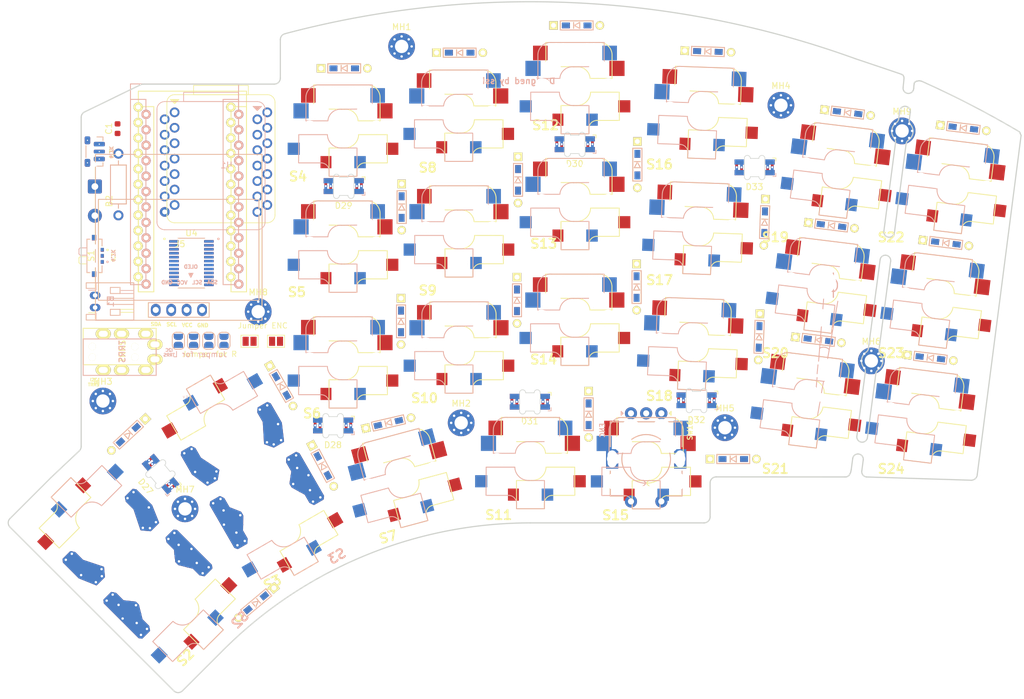
<source format=kicad_pcb>
(kicad_pcb (version 20221018) (generator pcbnew)
  (title_block (title "KLEIN") (date "2023-03-05") (rev "v1.0") (comment 4 "Author: fmash16"))
  (layers (0 "F.Cu" signal) (31 "B.Cu" signal) (34 "B.Paste" user) (35 "F.Paste" user) (36 "B.SilkS" user "B.Silkscreen") (37 "F.SilkS" user "F.Silkscreen") (38 "B.Mask" user) (39 "F.Mask" user) (44 "Edge.Cuts" user))
  (net 0 "")
  (net 1 "Net-(B1-Pin_1)")
  (net 2 "Net-(D1-K)")
  (net 3 "Net-(D1-A)")
  (net 4 "Net-(D2-A)")
  (net 5 "Net-(D3-A)")
  (net 6 "Net-(D4-A)")
  (net 7 "Net-(D5-A)")
  (net 8 "Net-(D6-A)")
  (net 9 "Net-(D7-A)")
  (net 10 "Net-(D8-A)")
  (net 11 "Net-(D9-A)")
  (net 12 "+3V3")
  (net 13 "GND")
  (net 14 "Net-(D10-A)")
  (net 15 "Net-(D11-A)")
  (net 16 "Net-(D12-A)")
  (net 17 "Net-(D13-A)")
  (net 18 "Net-(D14-A)")
  (net 19 "Net-(D15-A)")
  (net 20 "SCL")
  (net 21 "SDA")
  (net 22 "ROW 0")
  (net 23 "ROW 1")
  (net 24 "COL 0")
  (net 25 "COL 2")
  (net 26 "ROW 3")
  (net 27 "COL 1")
  (net 28 "COL 4")
  (net 29 "COL 3")
  (net 30 "ROW 2")
  (net 32 "ENC_A")
  (net 33 "ENC_B")
  (net 34 "TX")
  (net 35 "RX")
  (net 36 "RESET")
  (net 37 "Net-(D16-A)")
  (net 38 "BAT+")
  (net 39 "Net-(D17-A)")
  (net 40 "Net-(D18-A)")
  (net 41 "Net-(D19-A)")
  (net 42 "Net-(D20-A)")
  (net 43 "Net-(D21-A)")
  (net 44 "Net-(D22-A)")
  (net 45 "Net-(D23-A)")
  (net 46 "Net-(D24-A)")
  (net 47 "Net-(D25-A)")
  (net 48 "Net-(J5-GND)")
  (net 49 "Net-(J5-VCC)")
  (net 50 "Net-(J5-SCL)")
  (net 51 "Net-(J5-SDA)")
  (net 52 "COL 5")
  (net 53 "COL 6")
  (net 54 "Net-(D27-DOUT)")
  (net 56 "RGB")
  (net 67 "Net-(U4-A1)")
  (net 68 "Net-(D28-DOUT)")
  (net 69 "Net-(D29-DOUT)")
  (net 70 "Net-(D30-DOUT)")
  (net 72 "Net-(D31-DOUT)")
  (net 73 "Net-(D32-DOUT)")
  (net 75 "Net-(U4-~{INT})")
  (footprint "kora:MX_Choc_Hotswap_Mod" (layer "F.Cu") (at 165.77 109.21)
    (fp_text reference "S15" hide)
    (fp_text value "SW" hide)
  )
  (footprint "prettylib:SK6812_mini_e_flipable" (layer "F.Cu") (at 114.29 103.61)
    (fp_text reference "D28")
    (fp_text value "SK6812Mini-e")
    (fp_line (start -1.7 -1.36) (end -1.7 1.64) (stroke (width 0.1)) (layer "Edge.Cuts"))
    (fp_line (start -0.7 -1.36) (end 0.7 -1.36) (stroke (width 0.1)) (layer "Edge.Cuts"))
    (fp_line (start -0.7 1.64) (end 0.7 1.64) (stroke (width 0.1)) (layer "Edge.Cuts"))
    (fp_line (start 1.7 1.64) (end 1.7 -1.36) (stroke (width 0.1)) (layer "Edge.Cuts"))
    (fp_arc (start -1.7 -1.36) (mid -1.2 -1.86) (end -0.7 -1.36) (stroke (width 0.1)) (layer "Edge.Cuts"))
    (fp_arc (start -0.7 1.64) (mid -1.2 2.14) (end -1.7 1.64) (stroke (width 0.1)) (layer "Edge.Cuts"))
    (fp_arc (start 0.7 -1.36) (mid 1.2 -1.86) (end 1.7 -1.36) (stroke (width 0.1)) (layer "Edge.Cuts"))
    (fp_arc (start 1.7 1.64) (mid 1.2 2.14) (end 0.7 1.64) (stroke (width 0.1)) (layer "Edge.Cuts"))
  )
  (footprint "kora:SSD1306_128x64OLED" (layer "F.Cu") (at 89.13 74.1 180)
    (fp_text reference "J5")
    (fp_text value "OLED-128x64")
  )
  (footprint "kora:MX-1U-EC11_Switch" (layer "F.Cu") (at 165.77 109.21 -90)
    (fp_text reference "SW16")
    (fp_text value "RotaryEncoder_Switch")
  )
  (footprint "kora:SolderJumper-2_P1.3mm_Open_Pad1.0x1.5mm" (layer "F.Cu") (at 104.91 89.86)
    (fp_text reference "JP9" hide)
    (fp_text value "Jumper_2_Open" hide)
  )
  (footprint "kora:SolderJumper-2_P1.3mm_Open_Pad1.0x1.5mm" (layer "F.Cu") (at 100.56 89.86)
    (fp_text reference "JP10" hide)
    (fp_text value "Jumper_2_Open" hide)
  )
  (footprint "kora:MJ-4PP-9" (layer "F.Cu") (at 73.2 90.725 90)
    (fp_text reference "U3")
    (fp_text value "TRRS" hide)
  )
  (footprint "kora:D3_TH_SMD" (layer "F.Cu") (at 144.53 83.11 -90)
    (fp_text reference "D10" hide)
    (fp_text value "1N4148" hide)
  )
  (footprint "kora:D3_TH_SMD" (layer "F.Cu") (at 180.09 109.23)
    (fp_text reference "D22" hide)
    (fp_text value "1N4148" hide)
  )
  (footprint "kora:MX_Choc_Hotswap_Mod" (layer "F.Cu") (at 125.53 112 15)
    (fp_text reference "S7" hide)
    (fp_text value "SW" hide)
  )
  (footprint "prettylib:MountingHole_2.2mm_M2_Pad_Via" (layer "F.Cu") (at 76.436726 99.686726)
    (fp_text reference "MH3")
    (fp_text value "MOUNT_HOLE")
  )
  (footprint "kora:MX_Choc_Hotswap_Mod" (layer "F.Cu") (at 174.3514 70.579 -2)
    (fp_text reference "S17" hide)
    (fp_text value "SW" hide)
  )
  (footprint "prettylib:MountingHole_2.2mm_M2_Pad_Via" (layer "F.Cu") (at 125.56 41.34)
    (fp_text reference "MH1")
    (fp_text value "MOUNT_HOLE")
  )
  (footprint "kora:D3_TH_SMD" (layer "F.Cu") (at 144.7 63.295 -90)
    (fp_text reference "D2" hide)
    (fp_text value "1N4148" hide)
  )
  (footprint "prettylib:SK6812_mini_e_flipable" (layer "F.Cu") (at 116.04 64.22)
    (fp_text reference "D29")
    (fp_text value "SK6812Mini-e")
    (fp_line (start -1.7 -1.36) (end -1.7 1.64) (stroke (width 0.1)) (layer "Edge.Cuts"))
    (fp_line (start -0.7 -1.36) (end 0.7 -1.36) (stroke (width 0.1)) (layer "Edge.Cuts"))
    (fp_line (start -0.7 1.64) (end 0.7 1.64) (stroke (width 0.1)) (layer "Edge.Cuts"))
    (fp_line (start 1.7 1.64) (end 1.7 -1.36) (stroke (width 0.1)) (layer "Edge.Cuts"))
    (fp_arc (start -1.7 -1.36) (mid -1.2 -1.86) (end -0.7 -1.36) (stroke (width 0.1)) (layer "Edge.Cuts"))
    (fp_arc (start -0.7 1.64) (mid -1.2 2.14) (end -1.7 1.64) (stroke (width 0.1)) (layer "Edge.Cuts"))
    (fp_arc (start 0.7 -1.36) (mid 1.2 -1.86) (end 1.7 -1.36) (stroke (width 0.1)) (layer "Edge.Cuts"))
    (fp_arc (start 1.7 1.64) (mid 1.2 2.14) (end 0.7 1.64) (stroke (width 0.1)) (layer "Edge.Cuts"))
  )
  (footprint "kora:D3_TH_SMD" (layer "F.Cu") (at 112.6004 110.3556 -62)
    (fp_text reference "D18" hide)
    (fp_text value "1N4148" hide)
  )
  (footprint "kora:XIAO-BLE" (layer "F.Cu") (at 95.86 59.19)
    (fp_text reference "U1" hide)
    (fp_text value "XIAO-BLE")
  )
  (footprint "prettylib:MountingHole_2.2mm_M2_Pad_Via" (layer "F.Cu") (at 207.85 55.24)
    (fp_text reference "MH9")
    (fp_text value "MOUNT_HOLE")
  )
  (footprint "kora:MX__CHOC_KAILH_SOCKET_2U_2X1U" (layer "F.Cu") (at 101.01 111.91 30)
    (fp_text reference "S3")
    (fp_text value "SW" hide)
  )
  (footprint "kora:MX_Choc_Hotswap_Mod" (layer "F.Cu") (at 115.92 92.62)
    (fp_text reference "S6" hide)
    (fp_text value "SW" hide)
  )
  (footprint "kora:SW_Push_1P1T-MP_NO_Horizontal_Alps_SKRTLAE010_both_sides" (layer "F.Cu") (at 74.95 58.64 -90)
    (fp_text reference "RSW1" hide)
    (fp_text value "SW_Push")
  )
  (footprint "kora:MX_Choc_Hotswap_Mod" (layer "F.Cu") (at 173.5 89.62 -2)
    (fp_text reference "S18" hide)
    (fp_text value "SW" hide)
  )
  (footprint "kora:D3_TH_SMD" (layer "F.Cu") (at 125.57 67.77 -90)
    (fp_text reference "D1" hide)
    (fp_text value "1N4148" hide)
  )
  (footprint "kora:RevSlideSwitch" (layer "F.Cu") (at 75.049 75.9 -90)
    (fp_text reference "S1")
    (fp_text value "EG1218")
  )
  (footprint "kora:MX_Choc_Hotswap_Mod" (layer "F.Cu") (at 194.9664 80.1043 -7)
    (fp_text reference "S20" hide)
    (fp_text value "SW" hide)
  )
  (footprint "prettylib:MountingHole_2.2mm_M2_Pad_Via" (layer "F.Cu") (at 178.72 104.08)
    (fp_text reference "MH5")
    (fp_text value "MOUNT_HOLE")
  )
  (footprint "kora:MX_Choc_Hotswap_Mod" (layer "F.Cu") (at 134.95 52.03)
    (fp_text reference "S8" hide)
    (fp_text value "SW" hide)
  )
  (footprint "kora:MX_Choc_Hotswap_Mod" (layer "F.Cu") (at 154.065 47.495)
    (fp_text reference "S12" hide)
    (fp_text value "SW" hide)
  )
  (footprint "kora:D3_TH_SMD" (layer "F.Cu") (at 101.647215 132.892785 -140)
    (fp_text reference "D25" hide)
    (fp_text value "1N4148" hide)
  )
  (footprint "prettylib:SMD-0603" (layer "F.Cu") (at 78.85 54.87 90)
    (fp_text reference "C1")
    (fp_text value "100n")
  )
  (footprint "kora:MX_Choc_Hotswap_Mod" (layer "F.Cu") (at 213.8435 82.5895 -7)
    (fp_text reference "S23" hide)
    (fp_text value "SW" hide)
  )
  (footprint "kora:ProMicro_rev2" (layer "F.Cu") (at 91.06 66.09)
    (fp_text reference "U2" hide)
    (fp_text value "ProMicro" hide)
  )
  (footprint "kora:D3_TH_SMD" (layer "F.Cu") (at 212.4977 92.5729 -7)
    (fp_text reference "D15" hide)
    (fp_text value "1N4148" hide)
  )
  (footprint "prettylib:SK6812_mini_e_flipable" (layer "F.Cu") (at 86.005162 111.636382 -50)
    (fp_text reference "D27")
    (fp_text value "SK6812Mini-e")
    (fp_line (start -1.7 -1.36) (end -1.7 1.64) (stroke (width 0.1)) (layer "Edge.Cuts"))
    (fp_line (start -0.7 -1.36) (end 0.7 -1.36) (stroke (width 0.1)) (layer "Edge.Cuts"))
    (fp_line (start -0.7 1.64) (end 0.7 1.64) (stroke (width 0.1)) (layer "Edge.Cuts"))
    (fp_line (start 1.7 1.64) (end 1.7 -1.36) (stroke (width 0.1)) (layer "Edge.Cuts"))
    (fp_arc (start -1.7 -1.36) (mid -1.200001 -1.86) (end -0.7 -1.36) (stroke (width 0.1)) (layer "Edge.Cuts"))
    (fp_arc (start -0.7 1.64) (mid -1.2 2.14) (end -1.7 1.64) (stroke (width 0.1)) (layer "Edge.Cuts"))
    (fp_arc (start 0.7 -1.36) (mid 1.2 -1.86) (end 1.7 -1.36) (stroke (width 0.1)) (layer "Edge.Cuts"))
    (fp_arc (start 1.7 1.64) (mid 1.2 2.14) (end 0.7 1.64) (stroke (width 0.1)) (layer "Edge.Cuts"))
  )
  (footprint "kora:D3_TH_SMD" (layer "F.Cu") (at 123.39 103.3 13)
    (fp_text reference "D19" hide)
    (fp_text value "1N4148" hide)
  )
  (footprint "prettylib:MountingHole_2.2mm_M2_Pad_Via" (layer "F.Cu") (at 135.353274 103.283274)
    (fp_text reference "MH2")
    (fp_text value "MOUNT_HOLE")
  )
  (footprint "kora:D3_TH_SMD" (layer "F.Cu") (at 198.88996 52.22996 -7)
    (fp_text reference "D20" hide)
    (fp_text value "1N4148" hide)
  )
  (footprint "kora:MX_Choc_Hotswap_Mod" (layer "F.Cu") (at 211.3557 101.4864 -7)
    (fp_text reference "S24" hide)
    (fp_text value "SW" hide)
  )
  (footprint "kora:D3_TH_SMD" (layer "F.Cu") (at 135.105 42.37)
    (fp_text reference "D9" hide)
    (fp_text value "1N4148" hide)
  )
  (footprint "kora:D3_TH_SMD" (layer "F.Cu") (at 105.79 97.21 -60)
    (fp_text reference "D24" hide)
    (fp_text value "1N4148" hide)
  )
  (footprint "prettylib:MountingHole_2.2mm_M2_Pad_Via" (layer "F.Cu") (at 101.98 84.99)
    (fp_text reference "MH8")
    (fp_text value "MOUNT_HOLE")
  )
  (footprint "kora:TCA9555PWR" (layer "F.Cu") (at 91 76.99)
    (fp_text reference "U4")
    (fp_text value "TCA9555PWR")
  )
  (footprint "kora:D3_TH_SMD" (layer "F.Cu") (at 196.238231 70.803682 -7)
    (fp_text reference "D6" hide)
    (fp_text value "1N4148" hide)
  )
  (footprint "kora:D3_TH_SMD" (layer "F.Cu") (at 154.345 37.88)
    (fp_text reference "D13" hide)
    (fp_text value "1N4148" hide)
  )
  (footprint "kora:MX_Choc_Hotswap_Mod" (layer "F.Cu") (at 115.92 54.48)
    (fp_text reference "S4" hide)
    (fp_text value "SW" hide)
  )
  (footprint "kora:MX_Choc_Hotswap_Mod" (layer "F.Cu") (at 115.92 73.57)
    (fp_text reference "S5" hide)
    (fp_text value "SW" hide)
  )
  (footprint "kora:MX_Choc_Hotswap_Mod" (layer "F.Cu") (at 134.99 71.07)
    (fp_text reference "S9" hide)
    (fp_text value "SW" hide)
  )
  (footprint "kora:D3_TH_SMD" (layer "F.Cu") (at 125.46 86.58 -90)
    (fp_text reference "D8" hide)
    (fp_text value "1N4148" hide)
  )
  (footprint "prettylib:MountingHole_2.2mm_M2_Pad_Via" (layer "F.Cu") (at 89.943274 117.433274)
    (fp_text reference "MH7")
    (fp_text value "MOUNT_HOLE")
  )
  (footprint "kora:D3_TH_SMD" (layer "F.Cu") (at 80.625637 105.224363 -137)
    (fp_text reference "D16" hide)
    (fp_text value "1N4148" hide)
  )
  (footprint "kora:MX_Choc_Hotswap_Mod" (layer "F.Cu") (at 154.04 85.61)
    (fp_text reference "S14" hide)
    (fp_text value "SW" hide)
  )
  (footprint "kora:D3_TH_SMD" (layer "F.Cu") (at 175.92 42.17 -2)
    (fp_text reference "D17" hide)
    (fp_text value "1N4148" hide)
  )
  (footprint "kora:MX_Choc_Hotswap_Mod" (layer "F.Cu") (at 154.065 66.565)
    (fp_text reference "S13" hide)
    (fp_text value "SW" hide)
  )
  (footprint "prettylib:SK6812_mini_e_flipable" (layer "F.Cu") (at 174.05 99.47)
    (fp_text reference "D32")
    (fp_text value "SK6812Mini-e")
    (fp_line (start -1.7 -1.36) (end -1.7 1.64) (stroke (width 0.1)) (layer "Edge.Cuts"))
    (fp_line (start -0.7 -1.36) (end 0.7 -1.36) (stroke (width 0.1)) (layer "Edge.Cuts"))
    (fp_line (start -0.7 1.64) (end 0.7 1.64) (stroke (width 0.1)) (layer "Edge.Cuts"))
    (fp_line (start 1.7 1.64) (end 1.7 -1.36) (stroke (width 0.1)) (layer "Edge.Cuts"))
    (fp_arc (start -1.7 -1.36) (mid -1.2 -1.86) (end -0.7 -1.36) (stroke (width 0.1)) (layer "Edge.Cuts"))
    (fp_arc (start -0.7 1.64) (mid -1.2 2.14) (end -1.7 1.64) (stroke (width 0.1)) (layer "Edge.Cuts"))
    (fp_arc (start 0.7 -1.36) (mid 1.2 -1.86) (end 1.7 -1.36) (stroke (width 0.1)) (layer "Edge.Cuts"))
    (fp_arc (start 1.7 1.64) (mid 1.2 2.14) (end 0.7 1.64) (stroke (width 0.1)) (layer "Edge.Cuts"))
  )
  (footprint "kora:MX_Choc_Hotswap_Mod" (layer "F.Cu") (at 146.74 109.19)
    (fp_text reference "S11" hide)
    (fp_text value "SW" hide)
  )
  (footprint "kora:MX_Choc_Hotswap_Mod" (layer "F.Cu") (at 175.1615 51.5663 -2)
    (fp_text reference "S16" hide)
    (fp_text value "SW" hide)
  )
  (footprint "kora:SolderJumper-2_P1.3mm_Open_RoundedPad1.0x1.5mm" (layer "F.Cu") (at 93.85 89.78 -90)
    (fp_text reference "JP2" hide)
    (fp_text value "Jumper_2_Open" hide)
  )
  (footprint "kora:D3_TH_SMD" (layer "F.Cu") (at 164.32 60.79 -90)
    (fp_text reference "D3" hide)
    (fp_text value "1N4148" hide)
  )
  (footprint "kora:D3_TH_SMD" (layer "F.Cu") (at 164.2 80.935 -90)
    (fp_text reference "D11" hide)
    (fp_text value "1N4148" hide)
  )
  (footprint "prettylib:SK6812_mini_e_flipable" (layer "F.Cu") (at 146.65 99.695)
    (fp_text reference "D31")
    (fp_text value "SK6812Mini-e")
    (fp_line (start -1.7 -1.36) (end -1.7 1.64) (stroke (width 0.1)) (layer "Edge.Cuts"))
    (fp_line (start -0.7 -1.36) (end 0.7 -1.36) (stroke (width 0.1)) (layer "Edge.Cuts"))
    (fp_line (start -0.7 1.64) (end 0.7 1.64) (stroke (width 0.1)) (layer "Edge.Cuts"))
    (fp_line (start 1.7 1.64) (end 1.7 -1.36) (stroke (width 0.1)) (layer "Edge.Cuts"))
    (fp_arc (start -1.7 -1.36) (mid -1.2 -1.86) (end -0.7 -1.36) (stroke (width 0.1)) (layer "Edge.Cuts"))
    (fp_arc (start -0.7 1.64) (mid -1.2 2.14) (end -1.7 1.64) (stroke (width 0.1)) (layer "Edge.Cuts"))
    (fp_arc (start 0.7 -1.36) (mid 1.2 -1.86) (end 1.7 -1.36) (stroke (width 0.1)) (layer "Edge.Cuts"))
    (fp_arc (start 1.7 1.64) (mid 1.2 2.14) (end 0.7 1.64) (stroke (width 0.1)) (layer "Edge.Cuts"))
  )
  (footprint "kora:D3_TH_SMD" (layer "F.Cu") (at 217.9202 54.7583 -7)
    (fp_text reference "D23" hide)
    (fp_text value "1N4148" hide)
  )
  (footprint "kora:RESISTOR" (layer "F.Cu") (at 78.990001 64.060002 90)
    (fp_text reference "R1" hide)
    (fp_text value "4.7K" hide)
  )
  (footprint "kora:MX__CHOC_KAILH_SOCKET_2U_2X1U" (layer "F.Cu") (at 82.0877 126.4277 45)
    (fp_text reference "S2")
    (fp_text value "SW" hide)
  )
  (footprint "kora:D3_TH_SMD" (layer "F.Cu") (at 215.0526 73.6827 -7)
    (fp_text reference "D7" hide)
    (fp_text value "1N4148" hide)
  )
  (footprint "prettylib:SK6812_mini_e_flipable" (layer "F.Cu") (at 154.03 57.33)
    (fp_text reference "D30")
    (fp_text value "SK6812Mini-e")
    (fp_line (start -1.7 -1.36) (end -1.7 1.64) (stroke (width 0.1)) (layer "Edge.Cuts"))
    (fp_line (start -0.7 -1.36) (end 0.7 -1.36) (stroke (width 0.1)) (layer "Edge.Cuts"))
    (fp_line (start -0.7 1.64) (end 0.7 1.64) (stroke (width 0.1)) (layer "Edge.Cuts"))
    (fp_line (start 1.7 1.64) (end 1.7 -1.36) (stroke (width 0.1)) (layer "Edge.Cuts"))
    (fp_arc (start -1.7 -1.36) (mid -1.2 -1.86) (end -0.7 -1.36) (stroke (width 0.1)) (layer "Edge.Cuts"))
    (fp_arc (start -0.7 1.64) (mid -1.2 2.14) (end -1.7 1.64) (stroke (width 0.1)) (layer "Edge.Cuts"))
    (fp_arc (start 0.7 -1.36) (mid 1.2 -1.86) (end 1.7 -1.36) (stroke (width 0.1)) (layer "Edge.Cuts"))
    (fp_arc (start 1.7 1.64) (mid 1.2 2.14) (end 0.7 1.64) (stroke (width 0.1)) (layer "Edge.Cuts"))
  )
  (footprint "kora:D3_TH_SMD" (layer "F.Cu") (at 184.34 89.13 -92)
    (fp_text reference "D12" hide)
    (fp_text value "1N4148" hide)
  )
  (footprint "kora:MX_Choc_Hotswap_Mod" (layer "F.Cu") (at 197.4457 61.1961 -7)
    (fp_text reference "S19" hide)
    (fp_text value "SW" hide)
  )
  (footprint "kora:D3_TH_SMD" (layer "F.Cu") (at 116.12 44.94)
    (fp_text reference "D5" hide)
    (fp_text value "1N4148" hide)
  )
  (footprint "kora:SolderJumper-2_P1.3mm_Open_RoundedPad1.0x1.5mm" (layer "F.Cu") (at 91.35 89.78 -90)
    (fp_text reference "JP3" hide)
    (fp_text value "Jumper_2_Open" hide)
  )
  (footprint "kora:MX_Choc_Hotswap_Mod" (layer "F.Cu") (at 134.99 90.17)
    (fp_text reference "S10" hide)
    (fp_text value "SW" hide)
  )
  (footprint "kora:D3_TH_SMD" (layer "F.Cu") (at 194.08996 89.62996 -7)
    (fp_text reference "D14" hide)
    (fp_text value "1N4148" hide)
  )
  (footprint "prettylib:MountingHole_2.2mm_M2_Pad_Via" (layer "F.Cu") (at 202.793274 93.083274)
    (fp_text reference "MH6")
    (fp_text value "MOUNT_HOLE")
  )
  (footprint "prettylib:MountingHole_2.2mm_M2_Pad_Via" (layer "F.Cu") (at 187.93 51.02)
    (fp_text reference "MH4")
    (fp_text value "MOUNT_HOLE")
  )
  (footprint "kora:D3_TH_SMD" (layer "F.Cu") (at 185.248053 70.263919 -92)
    (fp_text reference "D4" hide)
    (fp_text value "1N4148" hide)
  )
  (footprint "kora:SolderJumper-2_P1.3mm_Open_RoundedPad1.0x1.5mm" (layer "F.Cu") (at 96.35 89.78 -90)
    (fp_text reference "JP1" hide)
    (fp_text value "Jumper_2_Open" hide)
  )
  (footprint "kora:MX_Choc_Hotswap_Mod" (layer "F.Cu") (at 192.47 98.99 -7)
    (fp_text reference "S21" hide)
    (fp_text value "SW" hide)
  )
  (footprint "kora:SolderWire-0.5sqmm_1x02_P4.8mm_D0.9mm_OD2.3mm" (layer "F.Cu") (at 75.12 64.39 -90)
    (fp_text reference "B2")
    (fp_text value "Battery Pads")
  )
  (footprint "prettylib:SK6812_mini_e_flipable" (layer "F.Cu") (at 183.6 61.13)
    (fp_text reference "D33")
    (fp_text value "SK6812Mini-e")
    (fp_line (start -1.7 -1.36) (end -1.7 1.64) (stroke (width 0.1)) (layer "Edge.Cuts"))
    (fp_line (start -0.7 -1.36) (end 0.7 -1.36) (stroke (width 0.1)) (layer "Edge.Cuts"))
    (fp_line (start -0.7 1.64) (end 0.7 1.64) (stroke (width 0.1)) (layer "Edge.Cuts"))
    (fp_line (start 1.7 1.64) (end 1.7 -1.36) (stroke (width 0.1)) (layer "Edge.Cuts"))
    (fp_arc (start -1.7 -1.36) (mid -1.2 -1.86) (end -0.7 -1.36) (stroke (width 0.1)) (layer "Edge.Cuts"))
    (fp_arc (start -0.7 1.64) (mid -1.2 2.14) (end -1.7 1.64) (stroke (width 0.1)) (layer "Edge.Cuts"))
    (fp_arc (start 0.7 -1.36) (mid 1.2 -1.86) (end 1.7 -1.36) (stroke (width 0.1)) (layer "Edge.Cuts"))
    (fp_arc (start 1.7 1.64) (mid 1.2 2.14) (end 0.7 1.64) (stroke (width 0.1)) (layer "Edge.Cuts"))
  )
  (footprint "kora:D3_TH_SMD" (layer "F.Cu") (at 156.31 101.865 -90)
    (fp_text reference "D21" hide)
    (fp_text value "1N4148" hide)
  )
  (footprint "kora:SolderJumper-2_P1.3mm_Open_RoundedPad1.0x1.5mm" (layer "F.Cu") (at 88.85 89.78 -90)
    (fp_text reference "JP4" hide)
    (fp_text value "Jumper_2_Open" hide)
  )
  (footprint "kora:MX_Choc_Hotswap_Mod" (layer "F.Cu") (at 216.3245 63.7068 -7)
    (fp_text reference "S22" hide)
    (fp_text value "SW" hide)
  )
  (footprint "kora:SolderJumper-2_P1.3mm_Open_RoundedPad1.0x1.5mm" (layer "B.Cu") (at 93.85 89.78 -90)
    (fp_text reference "JP6" hide)
    (fp_text value "Jumper_2_Open" hide)
  )
  (footprint "kora:SolderJumper-2_P1.3mm_Open_RoundedPad1.0x1.5mm" (layer "B.Cu") (at 96.35 89.78 -90)
    (fp_text reference "JP5" hide)
    (fp_text value "Jumper_2_Open" hide)
  )
  (footprint "kora:JST_PH_reversible" (layer "B.Cu") (at 75.16 82.3 -90)
    (fp_text reference "B1")
    (fp_text value "JST Battery")
  )
  (footprint "kora:SolderJumper-2_P1.3mm_Open_RoundedPad1.0x1.5mm" (layer "B.Cu") (at 88.85 89.78 -90)
    (fp_text reference "JP8" hide)
    (fp_text value "Jumper_2_Open" hide)
  )
  (footprint "kora:SolderJumper-2_P1.3mm_Open_RoundedPad1.0x1.5mm" (layer "B.Cu") (at 91.35 89.78 -90)
    (fp_text reference "JP7" hide)
    (fp_text value "Jumper_2_Open" hide)
  )
  (gr_line (start 193.94721 102.097811) (end 194.349308 99.824418) (stroke (width 0.15)) (layer "B.SilkS"))
  (gr_line (start 195.555605 93.004238) (end 197.283934 83.269873) (stroke (width 0.15)) (layer "B.SilkS"))
  (gr_arc (start 194.279344 91.005824) (mid 195.117684 90.82914) (end 195.876589 91.22675) (stroke (width 0.15)) (layer "B.SilkS"))
  (gr_line (start 194.122195 93.137795) (end 194.949304 82.90313) (stroke (width 0.15)) (layer "B.SilkS"))
  (gr_line (start 194.592647 98.336706) (end 194.913633 96.559217) (stroke (width 0.15)) (layer "B.SilkS"))
  (gr_poly (pts (xy 90.6 78.699994) (xy 90.900001 79.299994) (xy 91.200001 78.699997)) (stroke (width 0.2)) (fill solid) (layer "B.SilkS"))
  (gr_line (start 193.704366 97.78811) (end 193.870991 95.813968) (stroke (width 0.15)) (layer "B.SilkS"))
  (gr_line (start 195.179387 95.18104) (end 195.448609 93.596735) (stroke (width 0.15)) (layer "B.SilkS"))
  (gr_line (start 193.523874 100.586757) (end 193.690498 98.612615) (stroke (width 0.15)) (layer "B.SilkS"))
  (gr_line (start 193.881393 95.195589) (end 194.015198 93.730291) (stroke (width 0.15)) (layer "B.SilkS"))
  (gr_line (start 198.78 112.14) (end 198.64 112.18) (stroke (width 0.2)) (layer "Edge.Cuts"))
  (gr_line (start 202.149667 105.705837) (end 203.538563 95.149525) (stroke (width 0.2)) (layer "Edge.Cuts"))
  (gr_arc (start 176.282766 118.741325) (mid 175.989872 119.448431) (end 175.282766 119.741325) (stroke (width 0.2)) (layer "Edge.Cuts"))
  (gr_line (start 204.049327 91.269885) (end 205.970469 76.677362) (stroke (width 0.2)) (layer "Edge.Cuts"))
  (gr_line (start 227.24 55.53) (end 227.29 55.69) (stroke (width 0.2)) (layer "Edge.Cuts"))
  (gr_arc (start 206.572538 56.462378) (mid 206.747645 56.782941) (end 206.776581 57.147056) (stroke (width 0.2)) (layer "Edge.Cuts"))
  (gr_arc (start 209.226421 54.180513) (mid 209.05133 53.859948) (end 209.022376 53.495836) (stroke (width 0.2)) (layer "Edge.Cuts"))
  (gr_line (start 72.868657 107.162277) (end 72.868657 53.020104) (stroke (width 0.2)) (layer "Edge.Cuts"))
  (gr_line (start 210.07402 47.13832) (end 210.20402 47.06832) (stroke (width 0.2)) (layer "Edge.Cuts"))
  (gr_arc (start 201.599489 94.236428) (mid 201.774596 94.556991) (end 201.803533 94.921105) (stroke (width 0.2)) (layer "Edge.Cuts"))
  (gr_arc (start 72.868657 107.162277) (mid 72.781218 107.571218) (end 72.534192 107.908644) (stroke (width 0.2)) (layer "Edge.Cuts"))
  (gr_arc (start 209.758529 48.265405) (mid 208.810555 49.060831) (end 208.015189 48.112882) (stroke (width 0.2)) (layer "Edge.Cuts"))
  (gr_arc (start 82.673759 47.626833) (mid 82.872978 47.561949) (end 83.081343 47.54) (stroke (width 0.2)) (layer "Edge.Cuts"))
  (gr_line (start 198.41 112.18) (end 177.282766 112.171497) (stroke (width 0.2)) (layer "Edge.Cuts"))
  (gr_line (start 207.90402 45.99832) (end 207.81402 45.95832) (stroke (width 0.2)) (layer "Edge.Cuts"))
  (gr_line (start 210.60402 46.99832) (end 210.73402 47.00832) (stroke (width 0.2)) (layer "Edge.Cuts"))
  (gr_arc (start 176.282766 113.171497) (mid 176.575659 112.46439) (end 177.282766 112.171497) (stroke (width 0.2)) (layer "Edge.Cuts"))
  (gr_line (start 176.282766 113.171497) (end 176.282766 118.741325) (stroke (width 0.2)) (layer "Edge.Cuts"))
  (gr_arc (start 207.460363 51.953208) (mid 208.44209 51.199903) (end 209.195392 52.181629) (stroke (width 0.2)) (layer "Edge.Cuts"))
  (gr_arc (start 206.572538 56.462378) (mid 206.16446 55.093023) (end 206.913049 53.875951) (stroke (width 0.2)) (layer "Edge.Cuts"))
  (gr_line (start 210.20402 47.06832) (end 210.31402 47.04832) (stroke (width 0.2)) (layer "Edge.Cuts"))
  (gr_line (start 210.82402 47.00832) (end 210.91402 47.02832) (stroke (width 0.2)) (layer "Edge.Cuts"))
  (gr_line (start 199.44 111.22) (end 199.38 111.46) (stroke (width 0.2)) (layer "Edge.Cuts"))
  (gr_arc (start 72.868657 53.020104) (mid 73.012328 52.503674) (end 73.402057 52.135635) (stroke (width 0.2)) (layer "Edge.Cuts"))
  (gr_line (start 208.16402 46.55832) (end 208.15402 46.37832) (stroke (width 0.2)) (layer "Edge.Cuts"))
  (gr_arc (start 203.538563 95.149525) (mid 203.660777 94.805314) (end 203.912861 94.54099) (stroke (width 0.2)) (layer "Edge.Cuts"))
  (gr_line (start 201.803533 94.921105) (end 200.414638 105.477414) (stroke (width 0.2)) (layer "Edge.Cuts"))
  (gr_line (start 208.15402 46.37832) (end 208.10402 46.26832) (stroke (width 0.2)) (layer "Edge.Cuts"))
  (gr_line (start 209.95402 47.23832) (end 210.07402 47.13832) (stroke (width 0.2)) (layer "Edge.Cuts"))
  (gr_line (start 210.91402 47.02832) (end 211.060342 47.066191) (stroke (width 0.2)) (layer "Edge.Cuts"))
  (gr_arc (start 199.728276 109.163303) (mid 200.71 108.41) (end 201.463306 109.391724) (stroke (width 0.2)) (layer "Edge.Cuts"))
  (gr_line (start 208.15402 46.76832) (end 208.015189 48.112882) (stroke (width 0.2)) (layer "Edge.Cuts"))
  (gr_line (start 199.490066 110.97269) (end 199.44 111.22) (stroke (width 0.2)) (layer "Edge.Cuts"))
  (gr_line (start 209.758529 48.265405) (end 209.80147 47.774595) (stroke (width 0.2)) (layer "Edge.Cuts"))
  (gr_arc (start 206.590469 71.967999) (mid 205.608746 72.721302) (end 204.855441 71.739578) (stroke (width 0.2)) (layer "Edge.Cuts"))
  (gr_line (start 83.081343 47.54) (end 104.618657 47.54) (stroke (width 0.2)) (layer "Edge.Cuts"))
  (gr_arc (start 204.253372 91.954562) (mid 204.078281 91.633997) (end 204.049327 91.269885) (stroke (width 0.2)) (layer "Edge.Cuts"))
  (gr_line (start 207.98402 46.06832) (end 207.90402 45.99832) (stroke (width 0.2)) (layer "Edge.Cuts"))
  (gr_line (start 208.15402 46.76832) (end 208.16402 46.55832) (stroke (width 0.2)) (layer "Edge.Cuts"))
  (gr_arc (start 61.165835 120.43355) (mid 60.872942 119.726444) (end 61.165835 119.019337) (stroke (width 0.2)) (layer "Edge.Cuts"))
  (gr_line (start 199.19 111.84) (end 199.09 111.96) (stroke (width 0.2)) (layer "Edge.Cuts"))
  (gr_arc (start 89.520817 147.374319) (mid 88.81371 147.667212) (end 88.106604 147.374319) (stroke (width 0.2)) (layer "Edge.Cuts"))
  (gr_line (start 210.44402 47.01832) (end 210.60402 46.99832) (stroke (width 0.2)) (layer "Edge.Cuts"))
  (gr_line (start 201.225095 111.201111) (end 201.463306 109.391724) (stroke (width 0.2)) (layer "Edge.Cuts"))
  (gr_line (start 105.618657 46.54) (end 105.618657 40.220279) (stroke (width 0.2)) (layer "Edge.Cuts"))
  (gr_line (start 209.80147 47.774595) (end 209.82402 47.55832) (stroke (width 0.2)) (layer "Edge.Cuts"))
  (gr_line (start 199.728276 109.163303) (end 199.490066 110.97269) (stroke (width 0.2)) (layer "Edge.Cuts"))
  (gr_arc (start 202.149667 105.705837) (mid 201.167942 106.459139) (end 200.414638 105.477414) (stroke (width 0.2)) (layer "Edge.Cuts"))
  (gr_line (start 209.84402 47.42832) (end 209.88402 47.30832) (stroke (width 0.2)) (layer "Edge.Cuts"))
  (gr_arc (start 204.235441 76.44894) (mid 205.217166 75.695638) (end 205.970469 76.677362) (stroke (width 0.2)) (layer "Edge.Cuts"))
  (gr_line (start 206.776581 57.147056) (end 204.855441 71.739578) (stroke (width 0.2)) (layer "Edge.Cuts"))
  (gr_arc (start 208.51161 57.375477) (mid 208.633824 57.031265) (end 208.885909 56.76694) (stroke (width 0.2)) (layer "Edge.Cuts"))
  (gr_arc (start 209.226421 54.180513) (mid 209.634517 55.549866) (end 208.885909 56.76694) (stroke (width 0.2)) (layer "Edge.Cuts"))
  (gr_line (start 227.12 55.37) (end 227.24 55.53) (stroke (width 0.2)) (layer "Edge.Cuts"))
  (gr_line (start 210.73402 47.00832) (end 210.82402 47.00832) (stroke (width 0.2)) (layer "Edge.Cuts"))
  (gr_arc (start 106.36185 39.253816) (mid 153.578039 34.135198) (end 200.166394 43.359834) (stroke (width 0.2)) (layer "Edge.Cuts"))
  (gr_arc (start 96.256009 140.639127) (mid 119.403472 125.172487) (end 146.707766 119.741325) (stroke (width 0.2)) (layer "Edge.Cuts"))
  (gr_line (start 226.675441 55.112438) (end 227.12 55.37) (stroke (width 0.2)) (layer "Edge.Cuts"))
  (gr_line (start 209.022376 53.495836) (end 209.195392 52.181629) (stroke (width 0.2)) (layer "Edge.Cuts"))
  (gr_line (start 209.88402 47.30832) (end 209.95402 47.23832) (stroke (width 0.2)) (layer "Edge.Cuts"))
  (gr_line (start 61.165835 119.019337) (end 67.901027 112.284145) (stroke (width 0.2)) (layer "Edge.Cuts"))
  (gr_line (start 209.82402 47.55832) (end 209.84402 47.42832) (stroke (width 0.2)) (layer "Edge.Cuts"))
  (gr_line (start 175.282766 119.741325) (end 146.707766 119.741325) (stroke (width 0.2)) (layer "Edge.Cuts"))
  (gr_line (start 88.106604 147.374319) (end 61.165835 120.43355) (stroke (width 0.2)) (layer "Edge.Cuts"))
  (gr_arc (start 207.287347 53.267414) (mid 207.165138 53.61162) (end 206.913049 53.875951) (stroke (width 0.2)) (layer "Edge.Cuts"))
  (gr_line (start 199.27 111.68) (end 199.19 111.84) (stroke (width 0.2)) (layer "Edge.Cuts"))
  (gr_line (start 208.10402 46.26832) (end 208.05402 46.14832) (stroke (width 0.2)) (layer "Edge.Cuts"))
  (gr_line (start 199.38 111.46) (end 199.27 111.68) (stroke (width 0.2)) (layer "Edge.Cuts"))
  (gr_line (start 198.64 112.18) (end 198.41 112.18) (stroke (width 0.2)) (layer "Edge.Cuts"))
  (gr_line (start 67.901027 112.284145) (end 72.534192 107.908644) (stroke (width 0.2)) (layer "Edge.Cuts"))
  (gr_line (start 199.09 111.96) (end 198.97 112.05) (stroke (width 0.2)) (layer "Edge.Cuts"))
  (gr_line (start 73.402057 52.135635) (end 82.673759 47.626833) (stroke (width 0.2)) (layer "Edge.Cuts"))
  (gr_arc (start 201.978398 112.182837) (mid 201.398454 111.847977) (end 201.225095 111.201111) (stroke (width 0.2)) (layer "Edge.Cuts"))
  (gr_arc (start 211.060342 47.066192) (mid 218.979971 50.871805) (end 226.675441 55.112438) (stroke (width 0.2)) (layer "Edge.Cuts"))
  (gr_line (start 227.42 55.98) (end 220.22 111.72) (stroke (width 0.2)) (layer "Edge.Cuts"))
  (gr_arc (start 201.599489 94.236428) (mid 201.19141 92.867072) (end 201.94 91.65) (stroke (width 0.2)) (layer "Edge.Cuts"))
  (gr_arc (start 220.22 111.72) (mid 219.927105 112.427094) (end 219.22 112.72) (stroke (width 0.2)) (layer "Edge.Cuts"))
  (gr_arc (start 204.253372 91.954562) (mid 204.661468 93.323915) (end 203.912861 94.54099) (stroke (width 0.2)) (layer "Edge.Cuts"))
  (gr_line (start 198.97 112.05) (end 198.78 112.14) (stroke (width 0.2)) (layer "Edge.Cuts"))
  (gr_line (start 227.29 55.69) (end 227.42 55.98) (stroke (width 0.2)) (layer "Edge.Cuts"))
  (gr_line (start 96.256009 140.639127) (end 89.520817 147.374319) (stroke (width 0.2)) (layer "Edge.Cuts"))
  (gr_line (start 219.22 112.72) (end 201.978398 112.182837) (stroke (width 0.2)) (layer "Edge.Cuts"))
  (gr_arc (start 105.618657 46.54) (mid 105.325764 47.247107) (end 104.618657 47.54) (stroke (width 0.2)) (layer "Edge.Cuts"))
  (gr_line (start 204.235441 76.44894) (end 202.314299 91.041463) (stroke (width 0.2)) (layer "Edge.Cuts"))
  (gr_line (start 207.460363 51.953208) (end 207.287347 53.267414) (stroke (width 0.2)) (layer "Edge.Cuts"))
  (gr_line (start 206.590469 71.967999) (end 208.51161 57.375477) (stroke (width 0.2)) (layer "Edge.Cuts"))
  (gr_line (start 200.166394 43.359834) (end 207.655005 45.882809) (stroke (width 0.2)) (layer "Edge.Cuts"))
  (gr_line (start 207.81402 45.95832) (end 207.655005 45.882809) (stroke (width 0.2)) (layer "Edge.Cuts"))
  (gr_arc (start 202.314299 91.041463) (mid 202.192089 91.385669) (end 201.94 91.65) (stroke (width 0.2)) (layer "Edge.Cuts"))
  (gr_line (start 210.31402 47.04832) (end 210.44402 47.01832) (stroke (width 0.2)) (layer "Edge.Cuts"))
  (gr_arc (start 105.618657 40.220279) (mid 105.825938 39.610692) (end 106.36185 39.253816) (stroke (width 0.2)) (layer "Edge.Cuts"))
  (gr_line (start 208.05402 46.14832) (end 207.98402 46.06832) (stroke (width 0.2)) (layer "Edge.Cuts"))
  (gr_text "GND" (at 86.975 80.175) (layer "B.SilkS") (effects (font (size 0.6 0.6)) (justify mirror)))
  (gr_text "V" (at 89.75 99.05) (layer "B.SilkS") (effects (font (size 0.4 0.4) (thickness 0.05)) (justify mirror)))
  (gr_text "VCC" (at 89.475 80.2) (layer "B.SilkS") (effects (font (size 0.6 0.6)) (justify mirror)))
  (gr_text "G" (at 90.25 99.05) (layer "B.SilkS") (effects (font (size 0.4 0.4) (thickness 0.05)) (justify mirror)))
  (gr_text "SDA" (at 94.45 80.15) (layer "B.SilkS") (effects (font (size 0.6 0.6)) (justify mirror)))
  (gr_text "Designed by ssh" (at 144.6 47) (layer "B.SilkS") (effects (font (size 1 1) (thickness 0.2)) (justify mirror)))
  (gr_text "SCL" (at 91.95 80.175) (layer "B.SilkS") (effects (font (size 0.6 0.6)) (justify mirror)))
  (gr_text "4.7K" (at 77.81 58.79 -90) (layer "B.SilkS") (effects (font (size 0.6 0.6)) (justify mirror)))
  (gr_text "Jumper for L\n" (at 92.450002 92.000003) (layer "B.SilkS") (effects (font (size 0.9 0.9) (thickness 0.125)) (justify mirror)))
  (gr_text "ϕ" (at 196.55 80.25) (layer "B.SilkS") (effects (font (size 3 2) (thickness 0.2)) (justify mirror)))
  (gr_text "I2C\nTRRS" (at 87.33 91.72) (layer "B.SilkS") (effects (font (size 0.5 0.5) (thickness 0.125)) (justify mirror)))
  (gr_text "4.7K" (at 78.11 75.78 -90) (layer "B.SilkS") (effects (font (size 0.6 0.6)) (justify mirror)))
  (gr_text "OLED" (at 90.9 77.6) (layer "B.SilkS") (effects (font (size 0.6 0.6)) (justify mirror)))
  (gr_text "VCC" (at 90.3 87.19) (layer "F.SilkS") (effects (font (size 0.6 0.6))))
  (gr_text "S9" (at 129.85 81.49) (layer "F.SilkS") (effects (font (size 1.524 1.524) (thickness 0.3048))))
  (gr_text "S15" (at 160.745 118.475) (layer "F.SilkS") (effects (font (size 1.524 1.524) (thickness 0.3048))))
  (gr_text "S10" (at 129.33 99.21) (layer "F.SilkS") (effects (font (size 1.524 1.524) (thickness 0.3048))))
  (gr_text "4.7K" (at 77.86 58.79 90) (layer "F.SilkS") (effects (font (size 0.6 0.6))))
  (gr_text "S3" (at 104.32 129.58 25) (layer "F.SilkS") (effects (font (size 1.524 1.524) (thickness 0.3048))))
  (gr_text "4.7K" (at 78.21 75.78 90) (layer "F.SilkS") (effects (font (size 0.6 0.6))))
  (gr_text "S23" (at 206.055 91.795) (layer "F.SilkS") (effects (font (size 1.524 1.524) (thickness 0.3048))))
  (gr_text "S12" (at 149.23 54.3) (layer "F.SilkS") (effects (font (size 1.524 1.524) (thickness 0.3048))))
  (gr_text "S20" (at 187.015 91.795) (layer "F.SilkS") (effects (font (size 1.524 1.524) (thickness 0.3048))))
  (gr_text "SCL" (at 87.74 87.09) (layer "F.SilkS") (effects (font (size 0.6 0.6))))
  (gr_text "S7" (at 123.333966 122.072277 15) (layer "F.SilkS") (effects (font (size 1.524 1.524) (thickness 0.3048))))
  (gr_text "S5" (at 108.34 81.77) (layer "F.SilkS") (effects (font (size 1.524 1.524) (thickness 0.3048))))
  (gr_text "I2C\nTRRS" (at 74.92 96.59) (layer "F.SilkS") (effects (font (size 0.5 0.5) (thickness 0.125))))
  (gr_text "S22" (at 206.05 72.75) (layer "F.SilkS") (effects (font (size 1.524 1.524) (thickness 0.3048))))
  (gr_text "S13" (at 148.925 73.805) (layer "F.SilkS") (effects (font (size 1.524 1.524) (thickness 0.3048))))
  (gr_text "S17" (at 167.975 79.785) (layer "F.SilkS") (effects (font (size 1.524 1.524) (thickness 0.3048))))
  (gr_text "S2" (at 90.01 141.91 45) (layer "F.SilkS") (effects (font (size 1.524 1.524) (thickness 0.3048))))
  (gr_text "S24" (at 206.055 110.855) (layer "F.SilkS") (effects (font (size 1.524 1.524) (thickness 0.3048))))
  (gr_text "Jumper for R\n" (at 93.970004 91.959994) (layer "F.SilkS") (effects (font (size 0.9 0.9) (thickness 0.125))))
  (gr_text "S18" (at 167.955 98.845) (layer "F.SilkS") (effects (font (size 1.524 1.524) (thickness 0.3048))))
  (gr_text "S6" (at 110.84 101.72) (layer "F.SilkS") (effects (font (size 1.524 1.524) (thickness 0.3048))))
  (gr_text "Jumper ENC" (at 102.720007 87.279992) (layer "F.SilkS") (effects (font (size 0.9 0.9) (thickness 0.125))))
  (gr_text "S4" (at 108.52 62.74) (layer "F.SilkS") (effects (font (size 1.524 1.524) (thickness 0.3048))))
  (gr_text "S16" (at 167.955 60.755) (layer "F.SilkS") (effects (font (size 1.524 1.524) (thickness 0.3048))))
  (gr_text "GND" (at 92.86 87.24) (layer "F.SilkS") (effects (font (size 0.6 0.6))))
  (gr_text "S8" (at 129.85 61.29) (layer "F.SilkS") (effects (font (size 1.524 1.524) (thickness 0.3048))))
  (gr_text "S19" (at 187.005 72.725) (layer "F.SilkS") (effects (font (size 1.524 1.524) (thickness 0.3048))))
  (gr_text "S11" (at 141.525 118.445) (layer "F.SilkS") (effects (font (size 1.524 1.524) (thickness 0.3048))))
  (gr_text "SDA" (at 85.15 87.04) (layer "F.SilkS") (effects (font (size 0.6 0.6))))
  (gr_text "S21" (at 187.005 110.845) (layer "F.SilkS") (effects (font (size 1.524 1.524) (thickness 0.3048))))
  (gr_text "S14" (at 148.9 92.85) (layer "F.SilkS") (effects (font (size 1.524 1.524) (thickness 0.3048))))
)
</source>
